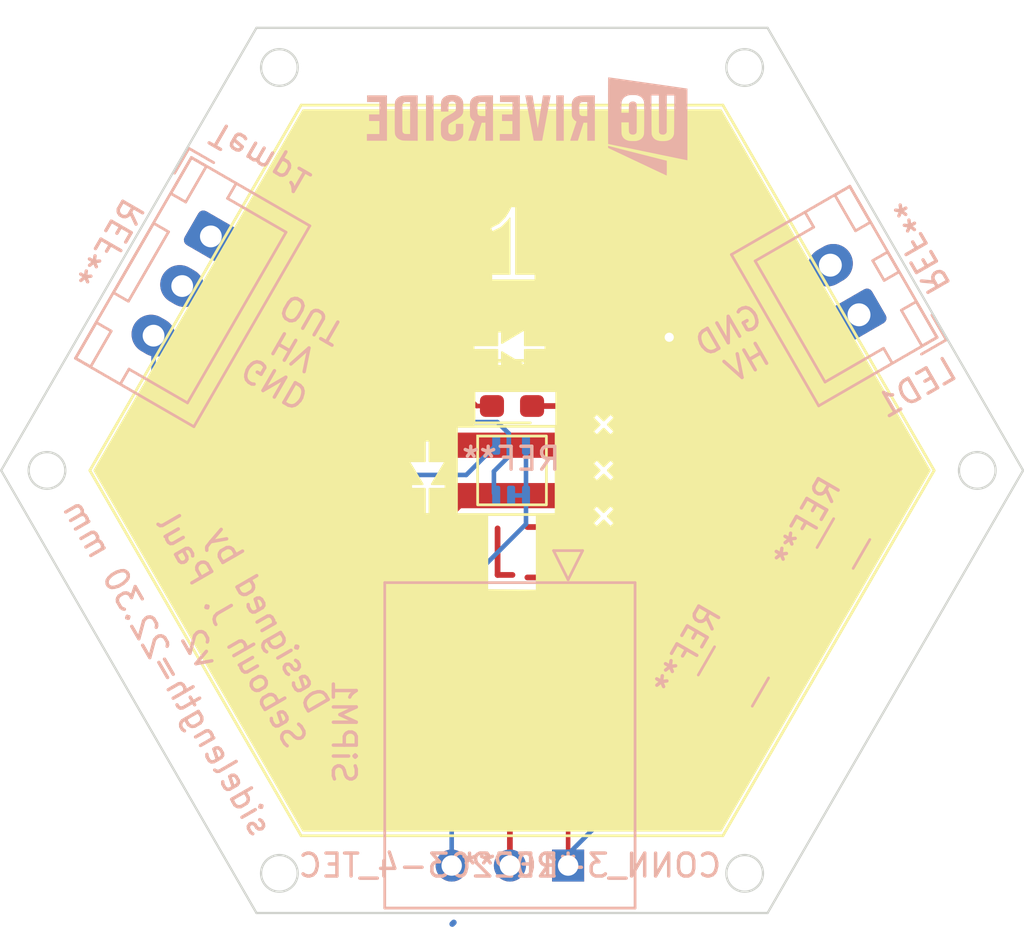
<source format=kicad_pcb>
(kicad_pcb (version 20211014) (generator pcbnew)
  (layers (0 "F.Cu" signal) (31 "B.Cu" signal) (34 "B.Paste" user) (35 "F.Paste" user) (36 "B.SilkS" user "B.Silkscreen") (37 "F.SilkS" user "F.Silkscreen") (38 "B.Mask" user) (39 "F.Mask" user) (44 "Edge.Cuts" user))
  (net 0 "")
  (footprint "Symbol:diode_direction_negative" (layer "F.Cu") (at 103.8 52.65)
    (fp_text reference "REF**" hide)
    (fp_text value "diode_direction_negative" hide)
    (fp_poly (pts (xy 1.4 0.05) (xy 1.4 -0.1) (xy 0.5 -0.1) (xy 0.5 -0.8) (xy -0.5 -0.2) (xy -0.5 -0.7) (xy -0.7 -0.7) (xy -0.7 -0.1) (xy -1.8 -0.1) (xy -1.8 0.1) (xy -0.7 0.1) (xy -0.7 0.8) (xy -0.5 0.8) (xy -0.5 0.2) (xy 0.5 0.8) (xy 0.5 0.1) (xy 2.5 0.1) (xy 2.5 1.9) (xy -1.9 1.9) (xy -1.9 -2) (xy 2.5 -2) (xy 2.5 0.075)) (layer "F.SilkS") (width 0.08) (fill solid))
  )
  (footprint "LED_SMD:LED_0603_1608Metric_Pad1.05x0.95mm_HandSolder" (layer "F.Cu") (at 103.74 55.2)
    (fp_text reference "REF**" (at 0 -1.43) (layer "F.SilkS"))
    (fp_text value "LED_0603_1608Metric_Pad1.05x0.95mm_HandSolder")
    (fp_line (start -1.66 -0.735) (end -1.66 0.735) (layer "F.SilkS") (width 0.12))
    (fp_line (start 0.8 -0.735) (end -1.66 -0.735) (layer "F.SilkS") (width 0.12))
    (fp_line (start -1.66 0.735) (end 0.8 0.735) (layer "F.SilkS") (width 0.12))
    (pad "1" smd roundrect (at -0.875 0) (size 1.05 0.95) (layers "F.Cu" "F.Paste" "F.Mask"))
    (pad "2" smd roundrect (at 0.875 0) (size 1.05 0.95) (layers "F.Cu" "F.Paste" "F.Mask"))
  )
  (footprint "SiPM:S14160-3015PS_copy" (layer "F.Cu") (at 103.74 58.01)
    (fp_text reference "REF**" hide)
    (fp_text value "S14160-3015PS")
    (fp_line (start -18.42 0) (end -9.2 -15.94) (layer "F.SilkS") (width 0.12))
    (fp_line (start 9.2 15.94) (end 18.42 0) (layer "F.SilkS") (width 0.12))
    (fp_line (start 1.925 -1.925) (end -2.425 -1.925) (layer "F.SilkS") (width 0.12))
    (fp_line (start -2.425 1.925) (end -2.425 -1.925) (layer "F.SilkS") (width 0.12))
    (fp_line (start -2.425 1.925) (end 1.925 1.925) (layer "F.SilkS") (width 0.12))
    (fp_line (start 18.42 0) (end 9.2 -15.94) (layer "F.SilkS") (width 0.12))
    (fp_line (start 1.925 -1.925) (end 1.925 1.925) (layer "F.SilkS") (width 0.12))
    (fp_line (start -9.2 -15.94) (end 9.2 -15.94) (layer "F.SilkS") (width 0.12))
    (fp_line (start -9.2 15.94) (end -18.42 0) (layer "F.SilkS") (width 0.12))
    (fp_line (start -9.2 15.94) (end 9.2 15.94) (layer "F.SilkS") (width 0.12))
    (fp_rect (start -1.5 -1.5) (end 1.5 1.5) (layer "F.SilkS") (width 0.12) (fill none))
    (fp_rect (start 4.6 -7.3) (end 1.95 -2.6) (layer "F.SilkS") (width 0.12) (fill solid))
    (fp_rect (start 4.6 0.6) (end 3.375 1.4) (layer "F.SilkS") (width 0.12) (fill solid))
    (fp_rect (start 1.1 2) (end 1.95 2.575) (layer "F.SilkS") (width 0.12) (fill solid))
    (fp_rect (start -1.7 -2) (end -2.425 -7.3) (layer "F.SilkS") (width 0.12) (fill solid))
    (fp_rect (start 3.375 2.575) (end 1.95 -2.6) (layer "F.SilkS") (width 0.12) (fill solid))
    (fp_rect (start 1.1 5.525) (end 4.6 2.575) (layer "F.SilkS") (width 0.12) (fill solid))
    (fp_rect (start -4.975 1.975) (end -1.1 5.325) (layer "F.SilkS") (width 0.12) (fill solid))
    (fp_rect (start -2.425 -8.1) (end 4.6 -7.3) (layer "F.SilkS") (width 0.12) (fill solid))
    (fp_rect (start -2.425 -1.925) (end -5 -12.1) (layer "F.SilkS") (width 0.12) (fill solid))
    (fp_rect (start 4.6 -0.625) (end 3.375 -1.4) (layer "F.SilkS") (width 0.12) (fill solid))
    (fp_poly (pts (xy -0.1 -12.1) (xy -5 -11.9) (xy -4.975 5.2) (xy 4.6 5.3) (xy 4.6 -8.1) (xy 1.9 -8.125) (xy 1.9 -12.1) (xy 0 -12.1) (xy 0 -15.7) (xy 9.1 -15.7) (xy 18.2 0) (xy 9.1 15.7) (xy -9.1 15.7) (xy -18.2 0) (xy -9.1 -15.7) (xy -0.1 -15.7)) (layer "F.SilkS") (width 0.12) (fill solid))
    (fp_poly (pts (xy 4.6 -1.4) (xy 3.7 -1.4) (xy 3.7 -1.5) (xy 4 -1.8) (xy 4.3 -1.5) (xy 4.5 -1.7) (xy 4.2 -2) (xy 4.5 -2.3) (xy 4.3 -2.5) (xy 4 -2.2) (xy 3.7 -2.5) (xy 3.5 -2.3) (xy 3.8 -2) (xy 3.5 -1.7) (xy 3.65 -1.55) (xy 3.675 -1.4) (xy 3.4 -1.4) (xy 3.4 -2.6) (xy 4.6 -2.6)) (layer "F.SilkS") (width 0.12) (fill solid))
    (fp_poly (pts (xy -3.65 -1.3) (xy -3.8 -1.3) (xy -3.8 -0.4) (xy -4.5 -0.4) (xy -3.9 0.6) (xy -4.4 0.6) (xy -4.4 0.8) (xy -3.8 0.8) (xy -3.8 1.9) (xy -3.6 1.9) (xy -3.6 0.8) (xy -2.9 0.8) (xy -2.9 0.6) (xy -3.5 0.6) (xy -2.9 -0.4) (xy -3.6 -0.4) (xy -3.6 -1.925) (xy -2.425 -1.925) (xy -2.425 2) (xy -5 2) (xy -5 -1.9) (xy -3.65 -1.9)) (layer "F.SilkS") (width 0.08) (fill solid))
    (fp_poly (pts (xy 4.6 0.6) (xy 3.7 0.6) (xy 3.7 0.5) (xy 4 0.2) (xy 4.3 0.5) (xy 4.5 0.3) (xy 4.2 0) (xy 4.5 -0.3) (xy 4.3 -0.5) (xy 4 -0.2) (xy 3.7 -0.5) (xy 3.5 -0.3) (xy 3.8 0) (xy 3.5 0.3) (xy 3.65 0.45) (xy 3.675 0.6) (xy 3.4 0.6) (xy 3.4 -0.6) (xy 4.6 -0.6)) (layer "F.SilkS") (width 0.12) (fill solid))
    (fp_poly (pts (xy 4.6 2.6) (xy 3.7 2.6) (xy 3.7 2.5) (xy 4 2.2) (xy 4.3 2.5) (xy 4.5 2.3) (xy 4.2 2) (xy 4.5 1.7) (xy 4.3 1.5) (xy 4 1.8) (xy 3.7 1.5) (xy 3.5 1.7) (xy 3.8 2) (xy 3.5 2.3) (xy 3.65 2.45) (xy 3.675 2.6) (xy 3.4 2.6) (xy 3.4 1.4) (xy 4.6 1.4)) (layer "F.SilkS") (width 0.12) (fill solid))
    (pad "1" smd rect (at -0.25 -1.1) (size 4.3 1.1) (layers "F.Cu" "F.Paste" "F.Mask"))
    (pad "2" smd rect (at -0.25 1.1) (size 4.3 1.1) (layers "F.Cu" "F.Paste" "F.Mask"))
  )
  (footprint "Sensor:LM94021QBIMG-NOPB" (layer "B.Cu") (at 103.7 58 180)
    (fp_text reference "REF**" (at 0 0.5 unlocked) (layer "B.SilkS") (effects (justify mirror)))
    (fp_text value "LM94021QBIMG-NOPB")
    (pad "1" smd roundrect (at -0.65 -1.1 180) (size 0.35 0.85) (layers "B.Cu" "B.Paste" "B.Mask"))
    (pad "2" smd roundrect (at 0 -1.1 180) (size 0.35 0.85) (layers "B.Cu" "B.Paste" "B.Mask"))
    (pad "3" smd roundrect (at 0.65 -1.1 180) (size 0.35 0.85) (layers "B.Cu" "B.Paste" "B.Mask"))
    (pad "4" smd roundrect (at 0.65 1.1 180) (size 0.35 0.85) (layers "B.Cu" "B.Paste" "B.Mask"))
    (pad "5" smd roundrect (at -0.65 1.1 180) (size 0.35 0.85) (layers "B.Cu" "B.Paste" "B.Mask"))
  )
  (footprint "Connector_JST:JST_XH_B3B-XH-A_1x03_P2.50mm_Vertical" (layer "B.Cu") (at 90.6 47.8 -120)
    (fp_text reference "REF**" (at 2.5 3.55 60) (layer "B.SilkS") (effects (justify mirror)))
    (fp_text value "JST_XH_B3B-XH-A_1x03_P2.50mm_Vertical")
    (fp_line (start -1.6 2.75) (end -2.85 2.75) (layer "B.SilkS") (width 0.12))
    (fp_line (start -2.55 2.45) (end -2.55 1.7) (layer "B.SilkS") (width 0.12))
    (fp_line (start 4.25 2.45) (end 0.75 2.45) (layer "B.SilkS") (width 0.12))
    (fp_line (start 4.25 1.7) (end 4.25 2.45) (layer "B.SilkS") (width 0.12))
    (fp_line (start 7.56 2.46) (end -2.56 2.46) (layer "B.SilkS") (width 0.12))
    (fp_line (start 7.55 1.7) (end 7.55 2.45) (layer "B.SilkS") (width 0.12))
    (fp_line (start 0.75 1.7) (end 4.25 1.7) (layer "B.SilkS") (width 0.12))
    (fp_line (start -1.8 -2.75) (end 2.5 -2.75) (layer "B.SilkS") (width 0.12))
    (fp_line (start 6.8 0.2) (end 6.8 -2.75) (layer "B.SilkS") (width 0.12))
    (fp_line (start 0.75 2.45) (end 0.75 1.7) (layer "B.SilkS") (width 0.12))
    (fp_line (start 5.75 1.7) (end 7.55 1.7) (layer "B.SilkS") (width 0.12))
    (fp_line (start 7.55 2.45) (end 5.75 2.45) (layer "B.SilkS") (width 0.12))
    (fp_line (start -1.8 0.2) (end -1.8 -2.75) (layer "B.SilkS") (width 0.12))
    (fp_line (start 5.75 2.45) (end 5.75 1.7) (layer "B.SilkS") (width 0.12))
    (fp_line (start 7.55 0.2) (end 6.8 0.2) (layer "B.SilkS") (width 0.12))
    (fp_line (start -2.55 1.7) (end -0.75 1.7) (layer "B.SilkS") (width 0.12))
    (fp_line (start -2.56 -3.51) (end 7.56 -3.51) (layer "B.SilkS") (width 0.12))
    (fp_line (start -2.85 2.75) (end -2.85 1.5) (layer "B.SilkS") (width 0.12))
    (fp_line (start -0.75 1.7) (end -0.75 2.45) (layer "B.SilkS") (width 0.12))
    (fp_line (start 6.8 -2.75) (end 2.5 -2.75) (layer "B.SilkS") (width 0.12))
    (fp_line (start -2.55 0.2) (end -1.8 0.2) (layer "B.SilkS") (width 0.12))
    (fp_line (start 7.56 -3.51) (end 7.56 2.46) (layer "B.SilkS") (width 0.12))
    (fp_line (start -2.56 2.46) (end -2.56 -3.51) (layer "B.SilkS") (width 0.12))
    (fp_line (start -0.75 2.45) (end -2.55 2.45) (layer "B.SilkS") (width 0.12))
    (pad "1" thru_hole roundrect (at 0 0 240) (size 1.7 1.95) (drill 0.95) (layers *.Cu *.Mask) (roundrect_rratio 0.1470588235))
    (pad "2" thru_hole oval (at 2.5 0 240) (size 1.7 1.95) (drill 0.95) (layers *.Cu *.Mask))
    (pad "3" thru_hole oval (at 5 0 240) (size 1.7 1.95) (drill 0.95) (layers *.Cu *.Mask))
  )
  (footprint "AMPMODU:3-102203-4" (layer "B.Cu") (at 106.1875 75.2501 180)
    (fp_text reference "REF**" (at 2.54 0) (layer "B.SilkS") (effects (justify mirror)))
    (fp_text value "CONN_3-102203-4_TEC" (at 2.54 0) (layer "B.SilkS") (effects (justify mirror)))
    (fp_text user "*" (at 0 0) (layer "B.SilkS") (effects (justify mirror)))
    (fp_line (start 0.635 13.7414) (end 0 12.4714) (layer "B.SilkS") (width 0.12))
    (fp_line (start 8.001 -1.8542) (end 8.001 12.3444) (layer "B.SilkS") (width 0.12))
    (fp_line (start 0 12.4714) (end -0.635 13.7414) (layer "B.SilkS") (width 0.12))
    (fp_line (start -2.921 -1.8542) (end 8.001 -1.8542) (layer "B.SilkS") (width 0.12))
    (fp_line (start -2.921 12.3444) (end -2.921 -1.8542) (layer "B.SilkS") (width 0.12))
    (fp_line (start 8.001 12.3444) (end -2.921 12.3444) (layer "B.SilkS") (width 0.12))
    (fp_line (start -0.635 13.7414) (end 0.635 13.7414) (layer "B.SilkS") (width 0.12))
    (pad "1" thru_hole rect locked (at 0 0 180) (size 1.397 1.397) (drill 0.889) (layers *.Cu *.Mask))
    (pad "2" thru_hole circle locked (at 2.54 0 180) (size 1.397 1.397) (drill 0.889) (layers *.Cu *.Mask))
    (pad "3" thru_hole circle locked (at 5.08 0 180) (size 1.397 1.397) (drill 0.889) (layers *.Cu *.Mask))
  )
  (footprint "Resistor_SMD:R_1206_3216Metric" (layer "B.Cu") (at 118.2 61.2 -120)
    (fp_text reference "REF**" (at 0 1.82 60) (layer "B.SilkS") (effects (justify mirror)))
    (fp_text value "R_1206_3216Metric")
    (fp_line (start -0.727064 0.91) (end 0.727064 0.91) (layer "B.SilkS") (width 0.12))
    (fp_line (start -0.727064 -0.91) (end 0.727064 -0.91) (layer "B.SilkS") (width 0.12))
    (pad "1" smd roundrect (at -1.4625 0 240) (size 1.125 1.75) (layers "B.Cu" "B.Paste" "B.Mask") (roundrect_rratio 0.222222))
    (pad "2" smd roundrect (at 1.4625 0 240) (size 1.125 1.75) (layers "B.Cu" "B.Paste" "B.Mask") (roundrect_rratio 0.222222))
  )
  (footprint "Capacitor_SMD:C_1210_3225Metric" (layer "B.Cu") (at 113.4 67 -120)
    (fp_text reference "REF**" (at 0 2.3 60) (layer "B.SilkS") (effects (justify mirror)))
    (fp_text value "C_1210_3225Metric")
    (fp_line (start -0.711252 -1.36) (end 0.711252 -1.36) (layer "B.SilkS") (width 0.12))
    (fp_line (start -0.711252 1.36) (end 0.711252 1.36) (layer "B.SilkS") (width 0.12))
    (pad "1" smd roundrect (at -1.475 0 240) (size 1.15 2.7) (layers "B.Cu" "B.Paste" "B.Mask") (roundrect_rratio 0.2173913043))
    (pad "2" smd roundrect (at 1.475 0 240) (size 1.15 2.7) (layers "B.Cu" "B.Paste" "B.Mask") (roundrect_rratio 0.2173913043))
  )
  (footprint "Connector_JST:JST_XH_B2B-XH-A_1x02_P2.50mm_Vertical" (layer "B.Cu") (at 118.879664 51.220032 120)
    (fp_text reference "REF**" (at 1.25 3.55 120) (layer "B.SilkS") (effects (justify mirror)))
    (fp_text value "JST_XH_B2B-XH-A_1x02_P2.50mm_Vertical")
    (fp_line (start -0.75 1.7) (end -0.75 2.45) (layer "B.SilkS") (width 0.12))
    (fp_line (start 4.3 0.2) (end 4.3 -2.75) (layer "B.SilkS") (width 0.12))
    (fp_line (start -2.55 0.2) (end -1.8 0.2) (layer "B.SilkS") (width 0.12))
    (fp_line (start 5.06 -3.51) (end 5.06 2.46) (layer "B.SilkS") (width 0.12))
    (fp_line (start 0.75 1.7) (end 1.75 1.7) (layer "B.SilkS") (width 0.12))
    (fp_line (start -2.55 1.7) (end -0.75 1.7) (layer "B.SilkS") (width 0.12))
    (fp_line (start -1.8 0.2) (end -1.8 -2.75) (layer "B.SilkS") (width 0.12))
    (fp_line (start 5.05 1.7) (end 5.05 2.45) (layer "B.SilkS") (width 0.12))
    (fp_line (start -2.85 2.75) (end -2.85 1.5) (layer "B.SilkS") (width 0.12))
    (fp_line (start -1.8 -2.75) (end 1.25 -2.75) (layer "B.SilkS") (width 0.12))
    (fp_line (start 0.75 2.45) (end 0.75 1.7) (layer "B.SilkS") (width 0.12))
    (fp_line (start 5.05 2.45) (end 3.25 2.45) (layer "B.SilkS") (width 0.12))
    (fp_line (start -2.55 2.45) (end -2.55 1.7) (layer "B.SilkS") (width 0.12))
    (fp_line (start -0.75 2.45) (end -2.55 2.45) (layer "B.SilkS") (width 0.12))
    (fp_line (start -1.6 2.75) (end -2.85 2.75) (layer "B.SilkS") (width 0.12))
    (fp_line (start 3.25 2.45) (end 3.25 1.7) (layer "B.SilkS") (width 0.12))
    (fp_line (start 3.25 1.7) (end 5.05 1.7) (layer "B.SilkS") (width 0.12))
    (fp_line (start -2.56 2.46) (end -2.56 -3.51) (layer "B.SilkS") (width 0.12))
    (fp_line (start 1.75 1.7) (end 1.75 2.45) (layer "B.SilkS") (width 0.12))
    (fp_line (start 1.75 2.45) (end 0.75 2.45) (layer "B.SilkS") (width 0.12))
    (fp_line (start 5.06 2.46) (end -2.56 2.46) (layer "B.SilkS") (width 0.12))
    (fp_line (start 5.05 0.2) (end 4.3 0.2) (layer "B.SilkS") (width 0.12))
    (fp_line (start -2.56 -3.51) (end 5.06 -3.51) (layer "B.SilkS") (width 0.12))
    (fp_line (start 4.3 -2.75) (end 1.25 -2.75) (layer "B.SilkS") (width 0.12))
    (pad "1" thru_hole roundrect (at 0 0 120) (size 1.7 2) (drill 1) (layers *.Cu *.Mask) (roundrect_rratio 0.1470588235))
    (pad "2" thru_hole oval (at 2.5 0 120) (size 1.7 2) (drill 1) (layers *.Cu *.Mask))
  )
  (footprint "Symbol:UCR_logo_1.4cm" (layer "B.Cu") (at 104.4 43 180)
    (fp_text reference "G***" hide)
    (fp_text value "LOGO" hide)
    (fp_poly (pts (xy -0.021082 1.355625) (xy 0.020969 1.354912) (xy 0.050873 1.353636) (xy 0.069922 1.351723) (xy 0.079407 1.3491) (xy 0.081056 1.346966) (xy 0.079714 1.338779) (xy 0.075793 1.316956) (xy 0.069452 1.282341) (xy 0.060848 1.235779) (xy 0.05014 1.178115) (xy 0.037484 1.110193) (xy 0.023038 1.032859) (xy 0.006962 0.946956) (xy -0.010588 0.853329) (xy -0.029454 0.752824) (xy -0.049477 0.646285) (xy -0.0705 0.534556) (xy -0.092366 0.418483) (xy -0.103163 0.361214) (xy -0.125369 0.243419) (xy -0.14681 0.129607) (xy -0.167328 0.020619) (xy -0.186766 -0.082703) (xy -0.204965 -0.179521) (xy -0.221769 -0.268992) (xy -0.237018 -0.350276) (xy -0.250557 -0.422533) (xy -0.262226 -0.484921) (xy -0.271868 -0.5366) (xy -0.279326 -0.57673) (xy -0.284443 -0.604469) (xy -0.287059 -0.618977) (xy -0.287381 -0.620999) (xy -0.29442 -0.622459) (xy -0.314224 -0.623767) (xy -0.344819 -0.624866) (xy -0.384233 -0.625698) (xy -0.430491 -0.626206) (xy -0.471599 -0.626341) (xy -0.521953 -0.626137) (xy -0.56706 -0.62556) (xy -0.604946 -0.62467) (xy -0.633638 -0.623524) (xy -0.651163 -0.622178) (xy -0.655817 -0.620982) (xy -0.657158 -0.613226) (xy -0.661075 -0.591829) (xy -0.66741 -0.557631) (xy -0.676007 -0.511474) (xy -0.686707 -0.454198) (xy -0.699353 -0.386643) (xy -0.713787 -0.309651) (xy -0.729851 -0.224063) (xy -0.747388 -0.130717) (xy -0.76624 -0.030457) (xy -0.78625 0.075879) (xy -0.807259 0.187449) (xy -0.82911 0.303413) (xy -0.840035 0.361361) (xy -0.862249 0.479235) (xy -0.883697 0.593171) (xy -0.904221 0.702325) (xy -0.923664 0.805853) (xy -0.941867 0.90291) (xy -0.958673 0.992651) (xy -0.973925 1.074231) (xy -0.987463 1.146805) (xy -0.999131 1.20953) (xy -1.00877 1.26156) (xy -1.016222 1.302051) (xy -1.021331 1.330158) (xy -1.023937 1.345036) (xy -1.024253 1.347234) (xy -1.020576 1.350219) (xy -1.008668 1.352394) (xy -0.987209 1.353814) (xy -0.954884 1.354534) (xy -0.910375 1.354607) (xy -0.856849 1.354142) (xy -0.689445 1.352162) (xy -0.578291 0.639462) (xy -0.562569 0.538852) (xy -0.54744 0.442402) (xy -0.533061 0.351103) (xy -0.519592 0.265947) (xy -0.507191 0.187927) (xy -0.496018 0.118034) (xy -0.48623 0.05726) (xy -0.477988 0.006597) (xy -0.471449 -0.032962) (xy -0.466772 -0.060427) (xy -0.464117 -0.074804) (xy -0.463603 -0.07677) (xy -0.461995 -0.070163) (xy -0.458301 -0.049977) (xy -0.45268 -0.0172) (xy -0.44529 0.027183) (xy -0.436292 0.082183) (xy -0.425843 0.146815) (xy -0.414104 0.220092) (xy -0.401234 0.301027) (xy -0.387391 0.388633) (xy -0.372735 0.481923) (xy -0.357426 0.579911) (xy -0.351 0.621191) (xy -0.335418 0.72133) (xy -0.320421 0.817536) (xy -0.306172 0.908785) (xy -0.292832 0.994053) (xy -0.280562 1.072314) (xy -0.269523 1.142544) (xy -0.259876 1.203717) (xy -0.251782 1.25481) (xy -0.245403 1.294797) (xy -0.2409 1.322654) (xy -0.238433 1.337356) (xy -0.238067 1.339266) (xy -0.236476 1.344733) (xy -0.23334 1.348842) (xy -0.226776 1.351788) (xy -0.214898 1.353765) (xy -0.195822 1.354966) (xy -0.167661 1.355584) (xy -0.128533 1.355813) (xy -0.076573 1.355846)) (layer "B.SilkS") (width 0) (fill solid))
    (fp_poly (pts (xy -3.531431 -0.856149) (xy -3.529851 -0.872059) (xy -3.52962 -0.890684) (xy -3.531192 -0.918885) (xy -3.535574 -0.936614) (xy -3.538831 -0.940819) (xy -3.54683 -0.944834) (xy -3.567304 -0.954723) (xy -3.599463 -0.970114) (xy -3.642519 -0.990634) (xy -3.695682 -1.015912) (xy -3.758163 -1.045573) (xy -3.829174 -1.079247) (xy -3.907926 -1.11656) (xy -3.993629 -1.15714) (xy -4.085495 -1.200615) (xy -4.182735 -1.246612) (xy -4.284559 -1.294758) (xy -4.390179 -1.344682) (xy -4.498806 -1.396011) (xy -4.60965 -1.448371) (xy -4.721923 -1.501392) (xy -4.834836 -1.5547) (xy -4.9476 -1.607924) (xy -5.059425 -1.660689) (xy -5.169524 -1.712625) (xy -5.277106 -1.763358) (xy -5.381383 -1.812517) (xy -5.481566 -1.859728) (xy -5.576866 -1.904619) (xy -5.666494 -1.946818) (xy -5.749661 -1.985953) (xy -5.825578 -2.02165) (xy -5.893455 -2.053537) (xy -5.952505 -2.081243) (xy -6.001938 -2.104394) (xy -6.040965 -2.122618) (xy -6.068798 -2.135543) (xy -6.084646 -2.142796) (xy -6.088185 -2.144299) (xy -6.089384 -2.137179) (xy -6.090499 -2.11681) (xy -6.091503 -2.084683) (xy -6.092369 -2.042286) (xy -6.09307 -1.991109) (xy -6.093581 -1.932642) (xy -6.093875 -1.868372) (xy -6.093937 -1.820971) (xy -6.093937 -1.497643) (xy -6.044198 -1.485237) (xy -6.025771 -1.48061) (xy -5.994623 -1.472752) (xy -5.951643 -1.461887) (xy -5.897717 -1.44824) (xy -5.833732 -1.432037) (xy -5.760574 -1.413503) (xy -5.679131 -1.392863) (xy -5.590289 -1.370341) (xy -5.494935 -1.346163) (xy -5.393955 -1.320554) (xy -5.288237 -1.29374) (xy -5.178668 -1.265944) (xy -5.066133 -1.237393) (xy -4.951521 -1.20831) (xy -4.835717 -1.178923) (xy -4.719609 -1.149454) (xy -4.604082 -1.12013) (xy -4.490025 -1.091176) (xy -4.378324 -1.062816) (xy -4.269866 -1.035276) (xy -4.165537 -1.008781) (xy -4.066224 -0.983556) (xy -3.972814 -0.959826) (xy -3.886194 -0.937815) (xy -3.807251 -0.91775) (xy -3.736871 -0.899855) (xy -3.675941 -0.884355) (xy -3.625348 -0.871475) (xy -3.585979 -0.861441) (xy -3.55872 -0.854477) (xy -3.544459 -0.850809) (xy -3.542516 -0.850293) (xy -3.535335 -0.849886)) (layer "B.SilkS") (width 0) (fill solid))
    (fp_poly (pts (xy 4.413867 -0.626341) (xy 4.082274 -0.626341) (xy 4.082274 1.355846) (xy 4.413867 1.355846)) (layer "B.SilkS") (width 0) (fill solid))
    (fp_poly (pts (xy 1.762967 1.355786) (xy 1.828408 1.35557) (xy 1.89197 1.354984) (xy 1.951474 1.354075) (xy 2.004739 1.352891) (xy 2.049587 1.351479) (xy 2.083835 1.349888) (xy 2.103771 1.348343) (xy 2.192516 1.333145) (xy 2.270184 1.308577) (xy 2.336655 1.274708) (xy 2.391805 1.231606) (xy 2.435511 1.179342) (xy 2.451938 1.151872) (xy 2.46334 1.129604) (xy 2.472734 1.108466) (xy 2.480295 1.086803) (xy 2.486199 1.062957) (xy 2.490622 1.035271) (xy 2.49374 1.002088) (xy 2.495728 0.96175) (xy 2.496762 0.9126) (xy 2.497018 0.852982) (xy 2.496673 0.781237) (xy 2.496271 0.733973) (xy 2.495583 0.663071) (xy 2.494901 0.605258) (xy 2.494124 0.558887) (xy 2.493149 0.522311) (xy 2.491875 0.493883) (xy 2.490199 0.471954) (xy 2.48802 0.454878) (xy 2.485237 0.441006) (xy 2.481747 0.428693) (xy 2.477449 0.416289) (xy 2.476479 0.41364) (xy 2.448246 0.356096) (xy 2.408613 0.302754) (xy 2.360918 0.257836) (xy 2.343255 0.245098) (xy 2.32034 0.22929) (xy 2.302826 0.216208) (xy 2.293861 0.208232) (xy 2.293351 0.207406) (xy 2.295285 0.199573) (xy 2.301557 0.179021) (xy 2.311762 0.146987) (xy 2.325494 0.104705) (xy 2.342348 0.053411) (xy 2.361917 -0.005662) (xy 2.383796 -0.071277) (xy 2.40758 -0.142199) (xy 2.431224 -0.212346) (xy 2.571105 -0.626341) (xy 2.233942 -0.626341) (xy 2.207932 -0.547128) (xy 2.199645 -0.521662) (xy 2.1876 -0.484327) (xy 2.172493 -0.437299) (xy 2.155021 -0.382756) (xy 2.135883 -0.322874) (xy 2.115776 -0.259833) (xy 2.096399 -0.198955) (xy 2.076599 -0.136715) (xy 2.057622 -0.077105) (xy 2.040069 -0.022011) (xy 2.02454 0.02668) (xy 2.011638 0.067082) (xy 2.001964 0.097309) (xy 1.996119 0.115475) (xy 1.99593 0.116058) (xy 1.980985 0.162112) (xy 1.820075 0.162112) (xy 1.820075 -0.626341) (xy 1.488482 -0.626341) (xy 1.488482 1.061097) (xy 1.820075 1.061097) (xy 1.820075 0.449493) (xy 1.928764 0.449534) (xy 1.969822 0.450071) (xy 2.007888 0.451518) (xy 2.039438 0.453673) (xy 2.06095 0.456337) (xy 2.065287 0.457304) (xy 2.101244 0.474393) (xy 2.132247 0.502663) (xy 2.154593 0.538611) (xy 2.156716 0.543787) (xy 2.161034 0.556664) (xy 2.164328 0.571431) (xy 2.166732 0.590185) (xy 2.168377 0.615018) (xy 2.169396 0.648028) (xy 2.169922 0.691308) (xy 2.170088 0.746954) (xy 2.17009 0.755295) (xy 2.169797 0.819834) (xy 2.168676 0.871538) (xy 2.166359 0.9123) (xy 2.16248 0.944014) (xy 2.156674 0.968574) (xy 2.148574 0.987876) (xy 2.137814 1.003812) (xy 2.124027 1.018277) (xy 2.118232 1.023508) (xy 2.100707 1.036937) (xy 2.081448 1.046829) (xy 2.057925 1.053685) (xy 2.027612 1.058005) (xy 1.987979 1.060292) (xy 1.936499 1.061044) (xy 1.928764 1.061056) (xy 1.820075 1.061097) (xy 1.488482 1.061097) (xy 1.488482 1.355846)) (layer "B.SilkS") (width 0) (fill solid))
    (fp_poly (pts (xy -3.538697 2.142681) (xy -3.537559 2.137445) (xy -3.536517 2.12802) (xy -3.535567 2.113836) (xy -3.534705 2.094321) (xy -3.533928 2.068904) (xy -3.533231 2.037015) (xy -3.53261 1.998082) (xy -3.532061 1.951534) (xy -3.53158 1.8968) (xy -3.531163 1.83331) (xy -3.530806 1.760492) (xy -3.530505 1.677776) (xy -3.530256 1.58459) (xy -3.530055 1.480363) (xy -3.529897 1.364524) (xy -3.529779 1.236502) (xy -3.529697 1.095727) (xy -3.529646 0.941627) (xy -3.529623 0.773632) (xy -3.52962 0.688976) (xy -3.529642 0.543671) (xy -3.529707 0.402343) (xy -3.529811 0.265694) (xy -3.529954 0.134426) (xy -3.530133 0.009241) (xy -3.530345 -0.109159) (xy -3.53059 -0.220073) (xy -3.530864 -0.322797) (xy -3.531166 -0.416631) (xy -3.531493 -0.500872) (xy -3.531843 -0.574818) (xy -3.532215 -0.637767) (xy -3.532606 -0.689017) (xy -3.533013 -0.727867) (xy -3.533436 -0.753613) (xy -3.533871 -0.765555) (xy -3.534017 -0.766347) (xy -3.541538 -0.767815) (xy -3.562854 -0.772133) (xy -3.597325 -0.779167) (xy -3.644313 -0.788788) (xy -3.703179 -0.800863) (xy -3.773284 -0.815261) (xy -3.85399 -0.831851) (xy -3.944657 -0.850501) (xy -4.044648 -0.871079) (xy -4.153323 -0.893455) (xy -4.270043 -0.917496) (xy -4.394171 -0.943071) (xy -4.525066 -0.970049) (xy -4.662092 -0.998299) (xy -4.804607 -1.027688) (xy -4.951975 -1.058085) (xy -5.103556 -1.089359) (xy -5.201191 -1.109508) (xy -5.35598 -1.141452) (xy -5.507428 -1.172707) (xy -5.654866 -1.203135) (xy -5.797624 -1.232596) (xy -5.935032 -1.260952) (xy -6.066419 -1.288066) (xy -6.191118 -1.313799) (xy -6.308456 -1.338013) (xy -6.417765 -1.36057) (xy -6.518375 -1.381331) (xy -6.609616 -1.400159) (xy -6.690818 -1.416914) (xy -6.761312 -1.431459) (xy -6.820427 -1.443656) (xy -6.867493 -1.453367) (xy -6.901842 -1.460452) (xy -6.922802 -1.464775) (xy -6.928445 -1.465937) (xy -6.992922 -1.479207) (xy -6.992922 1.348477) (xy -6.418863 1.348477) (xy -6.416092 0.517653) (xy -6.415601 0.381444) (xy -6.415078 0.259302) (xy -6.414513 0.150557) (xy -6.413899 0.054541) (xy -6.413224 -0.029417) (xy -6.41248 -0.101986) (xy -6.411658 -0.163837) (xy -6.410747 -0.215639) (xy -6.40974 -0.258062) (xy -6.408626 -0.291776) (xy -6.407395 -0.31745) (xy -6.40604 -0.335755) (xy -6.40455 -0.34736) (xy -6.403982 -0.350014) (xy -6.379244 -0.42144) (xy -6.343768 -0.482804) (xy -6.297515 -0.534143) (xy -6.240446 -0.575493) (xy -6.172519 -0.60689) (xy -6.102241 -0.626632) (xy -6.051589 -0.634448) (xy -5.991244 -0.639233) (xy -5.925937 -0.640978) (xy -5.860397 -0.639676) (xy -5.799356 -0.635322) (xy -5.747544 -0.627906) (xy -5.743923 -0.627177) (xy -5.666571 -0.605925) (xy -5.600881 -0.576181) (xy -5.545975 -0.537195) (xy -5.500975 -0.488217) (xy -5.465004 -0.4285) (xy -5.440771 -0.368436) (xy -5.438688 -0.361562) (xy -5.436825 -0.353593) (xy -5.435167 -0.343694) (xy -5.433701 -0.331029) (xy -5.43241 -0.314764) (xy -5.43128 -0.294064) (xy -5.430296 -0.268093) (xy -5.429443 -0.236016) (xy -5.428707 -0.196999) (xy -5.428072 -0.150205) (xy -5.427523 -0.0948) (xy -5.427046 -0.029949) (xy -5.426625 0.045183) (xy -5.426246 0.131432) (xy -5.425894 0.229632) (xy -5.425554 0.340619) (xy -5.425434 0.384282) (xy -5.107775 0.384282) (xy -5.107727 0.293023) (xy -5.107481 0.20278) (xy -5.107035 0.114868) (xy -5.106391 0.030598) (xy -5.105549 -0.048717) (xy -5.104507 -0.121763) (xy -5.103265 -0.187229) (xy -5.101824 -0.2438) (xy -5.100184 -0.290166) (xy -5.098343 -0.325012) (xy -5.096303 -0.347026) (xy -5.095434 -0.351932) (xy -5.072507 -0.421158) (xy -5.038515 -0.480962) (xy -4.993308 -0.531468) (xy -4.936739 -0.572802) (xy -4.86866 -0.605087) (xy -4.788923 -0.62845) (xy -4.761444 -0.633967) (xy -4.742911 -0.635857) (xy -4.712776 -0.637243) (xy -4.674171 -0.638056) (xy -4.630226 -0.638225) (xy -4.590717 -0.637804) (xy -4.538235 -0.636605) (xy -4.497525 -0.634906) (xy -4.465621 -0.632424) (xy -4.439558 -0.628876) (xy -4.416371 -0.62398) (xy -4.400393 -0.619635) (xy -4.32618 -0.592578) (xy -4.26416 -0.557914) (xy -4.213414 -0.514766) (xy -4.173025 -0.462256) (xy -4.142074 -0.399509) (xy -4.128678 -0.360102) (xy -4.125291 -0.345849) (xy -4.122484 -0.32714) (xy -4.120173 -0.302401) (xy -4.118279 -0.270057) (xy -4.116719 -0.228534) (xy -4.11541 -0.176257) (xy -4.114273 -0.111652) (xy -4.11371 -0.071845) (xy -4.110418 0.17685) (xy -4.435974 0.17685) (xy -4.435974 -0.014374) (xy -4.436304 -0.074127) (xy -4.437247 -0.128325) (xy -4.438728 -0.174901) (xy -4.440674 -0.211784) (xy -4.443012 -0.236905) (xy -4.444137 -0.243663) (xy -4.459971 -0.28548) (xy -4.486816 -0.318783) (xy -4.523177 -0.342851) (xy -4.567556 -0.356964) (xy -4.618459 -0.360404) (xy -4.671625 -0.353101) (xy -4.712982 -0.33684) (xy -4.746478 -0.309971) (xy -4.768207 -0.277182) (xy -4.770669 -0.271202) (xy -4.77282 -0.26417) (xy -4.774681 -0.255108) (xy -4.776271 -0.243035) (xy -4.777613 -0.226971) (xy -4.778727 -0.205937) (xy -4.779635 -0.178951) (xy -4.780357 -0.145034) (xy -4.780914 -0.103207) (xy -4.781328 -0.052488) (xy -4.781619 0.008102) (xy -4.781809 0.079542) (xy -4.781919 0.162814) (xy -4.781969 0.258897) (xy -4.78198 0.364752) (xy -4.781968 0.474136) (xy -4.781916 0.569762) (xy -4.781804 0.65261) (xy -4.781611 0.723662) (xy -4.781316 0.783895) (xy -4.780897 0.834292) (xy -4.780335 0.875831) (xy -4.779607 0.909493) (xy -4.778692 0.936258) (xy -4.777571 0.957105) (xy -4.776221 0.973016) (xy -4.774621 0.984969) (xy -4.772751 0.993945) (xy -4.77059 1.000924) (xy -4.768207 1.006687) (xy -4.744618 1.041478) (xy -4.710532 1.067731) (xy -4.671625 1.082605) (xy -4.616879 1.089711) (xy -4.566165 1.085642) (xy -4.521383 1.07112) (xy -4.484435 1.046864) (xy -4.457219 1.013595) (xy -4.449707 0.998463) (xy -4.446239 0.983398) (xy -4.443329 0.95576) (xy -4.440947 0.915018) (xy -4.439063 0.860643) (xy -4.437646 0.792104) (xy -4.437561 0.786612) (xy -4.434691 0.596867) (xy -4.110309 0.596867) (xy -4.113605 0.819771) (xy -4.114752 0.887479) (xy -4.116054 0.942222) (xy -4.117614 0.985772) (xy -4.119536 1.019901) (xy -4.121925 1.046382) (xy -4.124886 1.066987) (xy -4.128522 1.083488) (xy -4.129292 1.086287) (xy -4.155066 1.15451) (xy -4.191121 1.21302) (xy -4.237993 1.262322) (xy -4.296221 1.302915) (xy -4.366341 1.335304) (xy -4.411663 1.350236) (xy -4.433594 1.356156) (xy -4.454439 1.360499) (xy -4.477063 1.363502) (xy -4.504333 1.365402) (xy -4.539115 1.366437) (xy -4.584274 1.366843) (xy -4.612823 1.366885) (xy -4.664384 1.366717) (xy -4.704092 1.366053) (xy -4.734829 1.364649) (xy -4.759478 1.362265) (xy -4.78092 1.358659) (xy -4.802038 1.353588) (xy -4.815204 1.349901) (xy -4.891927 1.321771) (xy -4.956725 1.285111) (xy -5.009883 1.239647) (xy -5.051682 1.185108) (xy -5.082405 1.12122) (xy -5.09525 1.079813) (xy -5.097375 1.064008) (xy -5.099302 1.03478) (xy -5.101033 0.993441) (xy -5.102567 0.941305) (xy -5.103904 0.879683) (xy -5.105043 0.809889) (xy -5.105985 0.733236) (xy -5.10673 0.651036) (xy -5.107276 0.564602) (xy -5.107625 0.475246) (xy -5.107775 0.384282) (xy -5.425434 0.384282) (xy -5.425211 0.465227) (xy -5.425093 0.510285) (xy -5.422906 1.348477) (xy -5.74729 1.348477) (xy -5.749291 0.547128) (xy -5.751291 -0.254221) (xy -5.767704 -0.284917) (xy -5.79087 -0.317257) (xy -5.821511 -0.33945) (xy -5.862339 -0.353335) (xy -5.871319 -0.355157) (xy -5.927538 -0.36036) (xy -5.977461 -0.354375) (xy -6.019738 -0.337682) (xy -6.05302 -0.310763) (xy -6.071398 -0.283898) (xy -6.090253 -0.247257) (xy -6.094377 1.348477) (xy -6.418863 1.348477) (xy -6.992922 1.348477) (xy -6.992922 1.649424) (xy -6.972658 1.653598) (xy -6.963232 1.655086) (xy -6.940067 1.658531) (xy -6.903945 1.66382) (xy -6.855646 1.670841) (xy -6.795951 1.679485) (xy -6.725641 1.689637) (xy -6.645496 1.701188) (xy -6.556298 1.714025) (xy -6.458827 1.728037) (xy -6.353863 1.743113) (xy -6.242188 1.75914) (xy -6.124583 1.776007) (xy -6.001827 1.793602) (xy -5.874703 1.811814) (xy -5.743991 1.830531) (xy -5.610471 1.849642) (xy -5.474924 1.869035) (xy -5.338131 1.888598) (xy -5.200873 1.90822) (xy -5.063931 1.927789) (xy -4.928086 1.947193) (xy -4.794117 1.966322) (xy -4.662807 1.985062) (xy -4.534935 2.003304) (xy -4.411283 2.020934) (xy -4.292631 2.037842) (xy -4.179761 2.053916) (xy -4.073452 2.069043) (xy -3.974486 2.083114) (xy -3.883643 2.096015) (xy -3.801705 2.107636) (xy -3.729451 2.117865) (xy -3.667664 2.12659) (xy -3.617123 2.133699) (xy -3.578609 2.139081) (xy -3.552904 2.142625) (xy -3.540787 2.144218) (xy -3.539936 2.1443)) (layer "B.SilkS") (width 0) (fill solid))
    (fp_poly (pts (xy -2.680375 1.355786) (xy -2.614934 1.35557) (xy -2.551372 1.354984) (xy -2.491868 1.354075) (xy -2.438603 1.352891) (xy -2.393755 1.351479) (xy -2.359507 1.349888) (xy -2.339571 1.348343) (xy -2.250779 1.333072) (xy -2.173023 1.308298) (xy -2.106406 1.274097) (xy -2.051028 1.230547) (xy -2.006991 1.177725) (xy -1.974396 1.115707) (xy -1.956066 1.057137) (xy -1.952945 1.041559) (xy -1.950469 1.023557) (xy -1.948591 1.001493) (xy -1.947263 0.973725) (xy -1.94644 0.938614) (xy -1.946075 0.894519) (xy -1.946122 0.839802) (xy -1.946532 0.77282) (xy -1.946865 0.733672) (xy -1.947531 0.662902) (xy -1.948187 0.605236) (xy -1.948937 0.559045) (xy -1.949882 0.522696) (xy -1.951125 0.494558) (xy -1.952768 0.472999) (xy -1.954915 0.456387) (xy -1.957667 0.443091) (xy -1.961128 0.43148) (xy -1.965399 0.419921) (xy -1.966809 0.416333) (xy -1.997879 0.35226) (xy -2.03684 0.299215) (xy -2.08582 0.254665) (xy -2.124036 0.229064) (xy -2.140874 0.21767) (xy -2.150663 0.208541) (xy -2.151669 0.206279) (xy -2.149374 0.198347) (xy -2.142767 0.177711) (xy -2.132266 0.145623) (xy -2.118287 0.103339) (xy -2.101247 0.052111) (xy -2.081563 -0.006807) (xy -2.059651 -0.072161) (xy -2.035928 -0.142697) (xy -2.015347 -0.203732) (xy -1.990428 -0.277707) (xy -1.966978 -0.347629) (xy -1.945418 -0.412231) (xy -1.926163 -0.470246) (xy -1.909632 -0.520406) (xy -1.896243 -0.561446) (xy -1.886414 -0.592096) (xy -1.880563 -0.611092) (xy -1.879026 -0.617074) (xy -1.881833 -0.620231) (xy -1.891269 -0.622551) (xy -1.908854 -0.624105) (xy -1.936107 -0.624962) (xy -1.974549 -0.62519) (xy -2.025699 -0.624858) (xy -2.045621 -0.624638) (xy -2.212216 -0.622657) (xy -2.311031 -0.31317) (xy -2.332817 -0.244908) (xy -2.354175 -0.177932) (xy -2.374478 -0.114209) (xy -2.393101 -0.055706) (xy -2.409418 -0.004391) (xy -2.422803 0.037768) (xy -2.432629 0.068806) (xy -2.43591 0.079214) (xy -2.461974 0.162112) (xy -2.623267 0.162112) (xy -2.623267 -0.626341) (xy -2.95486 -0.626341) (xy -2.95486 1.061097) (xy -2.623267 1.061097) (xy -2.623267 0.449493) (xy -2.514578 0.449534) (xy -2.473568 0.450062) (xy -2.435596 0.451486) (xy -2.40417 0.453607) (xy -2.382796 0.456228) (xy -2.378486 0.457186) (xy -2.341547 0.474584) (xy -2.310219 0.503083) (xy -2.290788 0.533928) (xy -2.286616 0.544479) (xy -2.283389 0.556798) (xy -2.280991 0.572823) (xy -2.279301 0.594491) (xy -2.278203 0.623739) (xy -2.277576 0.662506) (xy -2.277304 0.712728) (xy -2.277261 0.755295) (xy -2.277443 0.81997) (xy -2.278219 0.871745) (xy -2.27993 0.912457) (xy -2.282918 0.94394) (xy -2.287525 0.968032) (xy -2.294093 0.986567) (xy -2.302963 1.001382) (xy -2.314478 1.014311) (xy -2.327698 1.026117) (xy -2.345049 1.038716) (xy -2.364492 1.047978) (xy -2.388541 1.054373) (xy -2.419709 1.058371) (xy -2.460509 1.060442) (xy -2.513453 1.061055) (xy -2.514578 1.061056) (xy -2.623267 1.061097) (xy -2.95486 1.061097) (xy -2.95486 1.355846)) (layer "B.SilkS") (width 0) (fill solid))
    (fp_poly (pts (xy 5.045735 1.355786) (xy 5.139792 1.355458) (xy 5.220651 1.354399) (xy 5.289841 1.352428) (xy 5.34889 1.349366) (xy 5.399327 1.34503) (xy 5.442681 1.339241) (xy 5.480481 1.331817) (xy 5.514256 1.322579) (xy 5.545535 1.311345) (xy 5.575846 1.297934) (xy 5.588595 1.29164) (xy 5.62735 1.266808) (xy 5.666788 1.232701) (xy 5.702348 1.193815) (xy 5.729471 1.154649) (xy 5.731812 1.150388) (xy 5.739342 1.136237) (xy 5.745982 1.123127) (xy 5.751789 1.110083) (xy 5.756818 1.096131) (xy 5.761126 1.080297) (xy 5.764768 1.061607) (xy 5.7678 1.039086) (xy 5.770278 1.011761) (xy 5.772258 0.978658) (xy 5.773795 0.938801) (xy 5.774946 0.891218) (xy 5.775766 0.834934) (xy 5.776312 0.768974) (xy 5.776639 0.692365) (xy 5.776802 0.604132) (xy 5.776858 0.503301) (xy 5.776864 0.388899) (xy 5.776863 0.364752) (xy 5.776863 0.247585) (xy 5.776824 0.144179) (xy 5.776688 0.053559) (xy 5.7764 -0.025251) (xy 5.775902 -0.093226) (xy 5.775138 -0.151342) (xy 5.77405 -0.200575) (xy 5.77258 -0.241901) (xy 5.770674 -0.276295) (xy 5.768272 -0.304733) (xy 5.765319 -0.32819) (xy 5.761757 -0.347643) (xy 5.75753 -0.364068) (xy 5.75258 -0.378438) (xy 5.746851 -0.391732) (xy 5.740285 -0.404924) (xy 5.732825 -0.41899) (xy 5.730887 -0.42262) (xy 5.692708 -0.478734) (xy 5.642644 -0.526392) (xy 5.581057 -0.565338) (xy 5.508309 -0.595314) (xy 5.474134 -0.605266) (xy 5.458313 -0.609172) (xy 5.442686 -0.612416) (xy 5.425687 -0.615077) (xy 5.405749 -0.617233) (xy 5.381306 -0.618964) (xy 5.350792 -0.620348) (xy 5.312639 -0.621464) (xy 5.265282 -0.622391) (xy 5.207155 -0.623208) (xy 5.13669 -0.623994) (xy 5.093632 -0.624426) (xy 4.774934 -0.627558) (xy 4.774934 1.061097) (xy 5.106527 1.061097) (xy 5.106527 -0.331592) (xy 5.211531 -0.331551) (xy 5.251931 -0.331004) (xy 5.289333 -0.329532) (xy 5.320134 -0.327345) (xy 5.34073 -0.324649) (xy 5.34394 -0.323899) (xy 5.380879 -0.306501) (xy 5.412206 -0.278002) (xy 5.431638 -0.247157) (xy 5.434115 -0.24107) (xy 5.436271 -0.233786) (xy 5.438127 -0.2243) (xy 5.439707 -0.211606) (xy 5.441032 -0.194699) (xy 5.442124 -0.172574) (xy 5.443006 -0.144225) (xy 5.443701 -0.108648) (xy 5.444229 -0.064837) (xy 5.444614 -0.011787) (xy 5.444877 0.051508) (xy 5.445042 0.126052) (xy 5.445129 0.212851) (xy 5.445162 0.312911) (xy 5.445165 0.364752) (xy 5.44515 0.471385) (xy 5.445091 0.564285) (xy 5.444966 0.644458) (xy 5.444751 0.71291) (xy 5.444426 0.770645) (xy 5.443968 0.818669) (xy 5.443355 0.857987) (xy 5.442563 0.889604) (xy 5.441572 0.914526) (xy 5.440359 0.933758) (xy 5.438902 0.948305) (xy 5.437178 0.959172) (xy 5.435166 0.967365) (xy 5.432842 0.973889) (xy 5.431638 0.976661) (xy 5.408433 1.011894) (xy 5.376107 1.039096) (xy 5.34394 1.053404) (xy 5.326552 1.056196) (xy 5.298032 1.058534) (xy 5.261984 1.06021) (xy 5.222011 1.061015) (xy 5.211531 1.061056) (xy 5.106527 1.061097) (xy 4.774934 1.061097) (xy 4.774934 1.355846)) (layer "B.SilkS") (width 0) (fill solid))
    (fp_poly (pts (xy 0.749768 1.354063) (xy 1.18268 1.352162) (xy 1.184678 1.206629) (xy 1.186676 1.061097) (xy 0.641079 1.061097) (xy 0.641079 0.52318) (xy 1.09794 0.52318) (xy 1.09794 0.236013) (xy 0.871352 0.234064) (xy 0.644763 0.232115) (xy 0.642833 -0.049739) (xy 0.640904 -0.331592) (xy 1.193733 -0.331592) (xy 1.193733 -0.626341) (xy 0.316855 -0.626341) (xy 0.316855 1.355964)) (layer "B.SilkS") (width 0) (fill solid))
    (fp_poly (pts (xy 6.985552 1.061097) (xy 6.447635 1.061097) (xy 6.447635 0.52318) (xy 6.897128 0.52318) (xy 6.897128 0.2358) (xy 6.447635 0.2358) (xy 6.447635 -0.331592) (xy 6.992921 -0.331592) (xy 6.992921 -0.626341) (xy 6.116043 -0.626341) (xy 6.116043 1.355846) (xy 6.985552 1.355846)) (layer "B.SilkS") (width 0) (fill solid))
    (fp_poly (pts (xy -1.267421 -0.626341) (xy -1.599014 -0.626341) (xy -1.599014 1.355846) (xy -1.267421 1.355846)) (layer "B.SilkS") (width 0) (fill solid))
    (fp_poly (pts (xy 3.320101 1.373283) (xy 3.379039 1.369711) (xy 3.429638 1.363005) (xy 3.441195 1.360669) (xy 3.510717 1.339623) (xy 3.575087 1.30911) (xy 3.63202 1.270684) (xy 3.679229 1.225899) (xy 3.714428 1.176308) (xy 3.715559 1.174236) (xy 3.728255 1.149289) (xy 3.738381 1.125223) (xy 3.746225 1.099972) (xy 3.752072 1.071465) (xy 3.75621 1.037636) (xy 3.758926 0.996416) (xy 3.760506 0.945736) (xy 3.761236 0.883528) (xy 3.76138 0.84372) (xy 3.761734 0.644764) (xy 3.43751 0.644764) (xy 3.433826 0.817929) (xy 3.43241 0.877523) (xy 3.430711 0.924371) (xy 3.428297 0.960462) (xy 3.42474 0.987787) (xy 3.419607 1.008336) (xy 3.41247 1.024098) (xy 3.402896 1.037063) (xy 3.390457 1.049223) (xy 3.382281 1.056252) (xy 3.347352 1.076948) (xy 3.305721 1.088156) (xy 3.261145 1.090098) (xy 3.217383 1.082997) (xy 3.178195 1.067078) (xy 3.147338 1.042564) (xy 3.147069 1.042259) (xy 3.131129 1.019608) (xy 3.119141 0.99481) (xy 3.117414 0.989453) (xy 3.114178 0.969398) (xy 3.11185 0.938181) (xy 3.110426 0.899352) (xy 3.109904 0.856458) (xy 3.110278 0.813049) (xy 3.111546 0.772671) (xy 3.113703 0.738874) (xy 3.116747 0.715206) (xy 3.117701 0.711082) (xy 3.127176 0.68798) (xy 3.143708 0.664582) (xy 3.168433 0.63998) (xy 3.202488 0.613263) (xy 3.247009 0.583521) (xy 3.303134 0.549845) (xy 3.356859 0.51962) (xy 3.434958 0.475884) (xy 3.500929 0.437189) (xy 3.556088 0.40254) (xy 3.601754 0.370942) (xy 3.639242 0.341402) (xy 3.66987 0.312924) (xy 3.694954 0.284516) (xy 3.715812 0.255181) (xy 3.723255 0.242987) (xy 3.734524 0.22256) (xy 3.743655 0.202497) (xy 3.750845 0.181037) (xy 3.756288 0.15642) (xy 3.760182 0.126885) (xy 3.762723 0.090674) (xy 3.764105 0.046025) (xy 3.764527 -0.008821) (xy 3.764183 -0.075625) (xy 3.763714 -0.120181) (xy 3.762888 -0.186162) (xy 3.762044 -0.239204) (xy 3.761059 -0.281104) (xy 3.759811 -0.31366) (xy 3.758181 -0.338669) (xy 3.756045 -0.357929) (xy 3.753282 -0.373238) (xy 3.749771 -0.386394) (xy 3.745389 -0.399193) (xy 3.744721 -0.401) (xy 3.71432 -0.465367) (xy 3.674585 -0.519115) (xy 3.624807 -0.562841) (xy 3.564279 -0.597141) (xy 3.492294 -0.622612) (xy 3.477286 -0.626497) (xy 3.437936 -0.633804) (xy 3.388134 -0.639545) (xy 3.3321 -0.643541) (xy 3.274053 -0.645616) (xy 3.218213 -0.645592) (xy 3.168801 -0.643291) (xy 3.142761 -0.640577) (xy 3.058685 -0.623494) (xy 2.985497 -0.596799) (xy 2.923348 -0.560613) (xy 2.872387 -0.515057) (xy 2.832762 -0.460256) (xy 2.804625 -0.396329) (xy 2.793639 -0.355178) (xy 2.791109 -0.33526) (xy 2.788974 -0.302203) (xy 2.787289 -0.257599) (xy 2.786103 -0.203043) (xy 2.785471 -0.140129) (xy 2.785378 -0.102799) (xy 2.785378 0.110531) (xy 3.109602 0.110531) (xy 3.109602 -0.240525) (xy 3.129866 -0.280532) (xy 3.156274 -0.317472) (xy 3.192195 -0.343354) (xy 3.237042 -0.357855) (xy 3.275399 -0.361067) (xy 3.326439 -0.355149) (xy 3.368984 -0.337609) (xy 3.402449 -0.308773) (xy 3.420931 -0.280532) (xy 3.428215 -0.265644) (xy 3.433504 -0.252316) (xy 3.437118 -0.237871) (xy 3.439375 -0.219636) (xy 3.440594 -0.194935) (xy 3.441095 -0.161094) (xy 3.441195 -0.115438) (xy 3.441195 -0.110522) (xy 3.440707 -0.0532) (xy 3.438872 -0.008236) (xy 3.435131 0.026728) (xy 3.428925 0.054051) (xy 3.419696 0.07609) (xy 3.406886 0.095204) (xy 3.389936 0.11375) (xy 3.387516 0.116128) (xy 3.371404 0.129102) (xy 3.344314 0.147774) (xy 3.308252 0.170871) (xy 3.265227 0.197122) (xy 3.217246 0.225254) (xy 3.198027 0.236232) (xy 3.119435 0.281424) (xy 3.052907 0.321211) (xy 2.997214 0.356559) (xy 2.95113 0.388433) (xy 2.913426 0.417796) (xy 2.882877 0.445614) (xy 2.858254 0.472852) (xy 2.838331 0.500475) (xy 2.82188 0.529446) (xy 2.819854 0.533523) (xy 2.810258 0.554293) (xy 2.802632 0.574422) (xy 2.79675 0.595913) (xy 2.792389 0.620775) (xy 2.789325 0.65101) (xy 2.787333 0.688626) (xy 2.786189 0.735628) (xy 2.785669 0.79402) (xy 2.785558 0.840329) (xy 2.785687 0.906117) (xy 2.786259 0.959007) (xy 2.787356 1.000836) (xy 2.789061 1.033439) (xy 2.791456 1.058651) (xy 2.794624 1.078309) (xy 2.796665 1.087182) (xy 2.82134 1.155894) (xy 2.857682 1.215654) (xy 2.905562 1.266345) (xy 2.964851 1.307847) (xy 3.035419 1.340044) (xy 3.092107 1.357141) (xy 3.138827 1.365649) (xy 3.195437 1.371205) (xy 3.257381 1.373765)) (layer "B.SilkS") (width 0) (fill solid))
  )
  (gr_poly (pts (xy 105.65 49.75) (xy 105.9 50) (xy 101.3 50) (xy 101.3 49.5) (xy 102.85 49.5) (xy 102.85 49.7) (xy 104.75 49.7) (xy 104.75 49.45) (xy 103.9 49.45) (xy 103.9 46.5) (xy 103.7 46.5) (xy 103.6 46.7) (xy 103.425 46.975) (xy 103.175 47.225) (xy 102.8 47.425) (xy 102.875 47.6) (xy 103.275 47.4) (xy 103.575 47.1) (xy 103.65 47) (xy 103.65 49.45) (xy 101.3 49.45) (xy 101.315 45.91) (xy 105.65 45.96)) (layer "F.SilkS") (width 0.05) (fill solid))
  (gr_circle (center 93.59 75.59) (end 94.39 75.59) (layer "Edge.Cuts") (width 0.1) (fill none))
  (gr_circle (center 83.45 58.01) (end 84.25 58.01) (layer "Edge.Cuts") (width 0.1) (fill none))
  (gr_line (start 92.59 38.7) (end 81.45 58.01) (layer "Edge.Cuts") (width 0.1))
  (gr_circle (center 113.89 75.59) (end 114.69 75.59) (layer "Edge.Cuts") (width 0.1) (fill none))
  (gr_line (start 114.89 38.7) (end 92.59 38.7) (layer "Edge.Cuts") (width 0.1))
  (gr_line (start 92.59 77.32) (end 114.89 77.32) (layer "Edge.Cuts") (width 0.1))
  (gr_line (start 81.45 58.01) (end 92.59 77.32) (layer "Edge.Cuts") (width 0.1))
  (gr_line (start 126.04 58.01) (end 114.89 77.32) (layer "Edge.Cuts") (width 0.1))
  (gr_circle (center 124.04 58.01) (end 124.84 58.01) (layer "Edge.Cuts") (width 0.1) (fill none))
  (gr_circle (center 113.89 40.43) (end 114.69 40.43) (layer "Edge.Cuts") (width 0.1) (fill none))
  (gr_circle (center 93.59 40.43) (end 94.39 40.43) (layer "Edge.Cuts") (width 0.1) (fill none))
  (gr_line (start 126.04 58.01) (end 114.89 38.7) (layer "Edge.Cuts") (width 0.1))
  (gr_text "Designed by \nSebouh J. Paul\nv2\nsidelength=22.30 mm" (at 90.8 65.4 -60) (layer "B.SilkS") (effects (font (size 1 1)) (justify mirror)))
  (gr_text "LED1" (at 121.4 54.4 30) (layer "B.SilkS") (effects (font (size 1 1)) (justify mirror)))
  (gr_text "GND\nHV\nOUT" (at 94.2 52.8 150) (layer "B.SilkS") (effects (font (size 1 1)) (justify mirror)))
  (gr_text "SiPM1" (at 96.4 69.4 -90) (layer "B.SilkS") (effects (font (size 1 1)) (justify mirror)))
  (gr_text "GND\nHV" (at 113.6 52.6 30) (layer "B.SilkS") (effects (font (size 1 1)) (justify mirror)))
  (gr_text "Temp1" (at 92.8 44.4 150) (layer "B.SilkS") (effects (font (size 1 1)) (justify mirror)))
  (segment (start 110.6 52.2) (end 110 51.6) (width 0.2) (layer "F.Cu") (net 0))
  (segment (start 103.49 59.11) (end 101.89 59.11) (width 0.25) (layer "F.Cu") (net 0))
  (segment (start 101.89 59.11) (end 100.2 60.8) (width 0.25) (layer "F.Cu") (net 0))
  (segment (start 114.042316 52.642316) (end 117.45738 52.642316) (width 0.25) (layer "F.Cu") (net 0))
  (segment (start 100.2 67.4) (end 103.6725 70.8725) (width 0.25) (layer "F.Cu") (net 0))
  (segment (start 103.49 56.91) (end 106.11 56.91) (width 0.25) (layer "F.Cu") (net 0))
  (segment (start 101 54) (end 102.2 55.2) (width 0.2) (layer "F.Cu") (net 0))
  (segment (start 111.484632 55.2) (end 114.042316 52.642316) (width 0.25) (layer "F.Cu") (net 0))
  (segment (start 110 51.6) (end 101.6 51.6) (width 0.2) (layer "F.Cu") (net 0))
  (segment (start 103.11 62.57) (end 103.11 60.54) (width 0.25) (layer "F.Cu") (net 0))
  (segment (start 103.6475 70.8975) (end 103.6475 75.2501) (width 0.25) (layer "F.Cu") (net 0))
  (segment (start 104.41 60.48) (end 105.26 60.48) (width 0.25) (layer "F.Cu") (net 0))
  (segment (start 117.45738 52.642316) (end 118.879664 51.220032) (width 0.25) (layer "F.Cu") (net 0))
  (segment (start 104.815 55.2) (end 111.484632 55.2) (width 0.25) (layer "F.Cu") (net 0))
  (segment (start 102.2 55.2) (end 102.865 55.2) (width 0.2) (layer "F.Cu") (net 0))
  (segment (start 104.41 62.68) (end 105.46 62.68) (width 0.25) (layer "F.Cu") (net 0))
  (segment (start 106.11 56.91) (end 107 57.8) (width 0.25) (layer "F.Cu") (net 0))
  (segment (start 101 52.2) (end 101 54) (width 0.2) (layer "F.Cu") (net 0))
  (segment (start 103.6725 70.8725) (end 103.6475 70.8975) (width 0.25) (layer "F.Cu") (net 0))
  (segment (start 103.76 62.57) (end 103.11 62.57) (width 0.25) (layer "F.Cu") (net 0))
  (segment (start 101.6 51.6) (end 101 52.2) (width 0.2) (layer "F.Cu") (net 0))
  (segment (start 100.2 60.8) (end 100.2 67.4) (width 0.25) (layer "F.Cu") (net 0))
  (segment (start 106.1875 75.2501) (end 106.1875 67.0125) (width 0.2) (layer "F.Cu") (net 0))
  (segment (start 106.1875 67.0125) (end 107 66.2) (width 0.2) (layer "F.Cu") (net 0))
  (segment (start 107 57.8) (end 107 66.2) (width 0.25) (layer "F.Cu") (net 0))
  (via (at 110.6 52.2) (size 0.8) (drill 0.4) (layers "F.Cu" "B.Cu") (net 0))
  (segment (start 111.4 62.985113) (end 114.1375 65.722613) (width 0.2) (layer "B.Cu") (net 0))
  (segment (start 103.05 56.9) (end 101.742468 58.207532) (width 0.2) (layer "B.Cu") (net 0))
  (segment (start 106.74 65.22) (end 106.02 65.22) (width 0.2) (layer "B.Cu") (net 0))
  (segment (start 102.95 58.05) (end 102.95 59) (width 0.2) (layer "B.Cu") (net 0))
  (segment (start 118.455 59.457188) (end 118.455 54.345) (width 0.2) (layer "B.Cu") (net 0))
  (segment (start 88.1 54.1) (end 88.1 52.130127) (width 0.2) (layer "B.Cu") (net 0))
  (segment (start 94.7 60.7) (end 88.1 54.1) (width 0.2) (layer "B.Cu") (net 0))
  (segment (start 109 53.4) (end 109 51.6) (width 0.25) (layer "B.Cu") (net 0))
  (segment (start 105.22 65.22) (end 104.42 65.22) (width 0.2) (layer "B.Cu") (net 0))
  (segment (start 116.2 52.09) (end 116.2 50.2) (width 0.2) (layer "B.Cu") (net 0))
  (segment (start 109.58 62.38) (end 108.68 63.28) (width 0.2) (layer "B.Cu") (net 0))
  (segment (start 97.592468 58.207532) (end 89.35 49.965064) (width 0.2) (layer "B.Cu") (net 0))
  (segment (start 103.6 56.4) (end 103.6 57.4) (width 0.2) (layer "B.Cu") (net 0))
  (segment (start 101.59 63.11) (end 97.11 63.11) (width 0.2) (layer "B.Cu") (net 0))
  (segment (start 97.11 63.11) (end 94.7 60.7) (width 0.2) (layer "B.Cu") (net 0))
  (segment (start 101.742468 58.207532) (end 97.592468 58.207532) (width 0.2) (layer "B.Cu") (net 0))
  (segment (start 103.6 57.4) (end 102.95 58.05) (width 0.2) (layer "B.Cu") (net 0))
  (segment (start 90.05338 47.25338) (end 98.7 55.9) (width 0.2) (layer "B.Cu") (net 0))
  (segment (start 111.545032 49.054968) (end 117.629664 49.054968) (width 0.25) (layer "B.Cu") (net 0))
  (segment (start 108.68 63.28) (end 106.74 65.22) (width 0.2) (layer "B.Cu") (net 0))
  (segment (start 109.62 62.38) (end 109.58 62.38) (width 0.2) (layer "B.Cu") (net 0))
  (segment (start 110.6 52.2) (end 116 57.6) (width 0.2) (layer "B.Cu") (net 0))
  (segment (start 104.35 59.1) (end 104.35 60.35) (width 0.2) (layer "B.Cu") (net 0))
  (segment (start 111.6 56) (end 109 53.4) (width 0.25) (layer "B.Cu") (net 0))
  (segment (start 103.7 59.1) (end 104.35 59.1) (width 0.2) (layer "B.Cu") (net 0))
  (segment (start 106.02 65.22) (end 105.22 65.22) (width 0.2) (layer "B.Cu") (net 0))
  (segment (start 106.1875 74.752387) (end 112.6625 68.277387) (width 0.2) (layer "B.Cu") (net 0))
  (segment (start 111.4 60.6) (end 111.4 62.985113) (width 0.2) (layer "B.Cu") (net 0))
  (segment (start 103.1 55.9) (end 103.6 56.4) (width 0.2) (layer "B.Cu") (net 0))
  (segment (start 95 61) (end 94.7 60.7) (width 0.2) (layer "B.Cu") (net 0))
  (segment (start 101.2 77.7325) (end 101.1325 77.8) (width 0.25) (layer "B.Cu") (net 0))
  (segment (start 101.6 63.1) (end 101.59 63.11) (width 0.2) (layer "B.Cu") (net 0))
  (segment (start 88.83802 49.453084) (end 89.35 49.965064) (width 0.2) (layer "B.Cu") (net 0))
  (segment (start 116 60.997812) (end 117.46875 62.466562) (width 0.2) (layer "B.Cu") (net 0))
  (segment (start 117.345032 49.054968) (end 117.629664 49.054968) (width 0.2) (layer "B.Cu") (net 0))
  (segment (start 109 51.6) (end 111.545032 49.054968) (width 0.25) (layer "B.Cu") (net 0))
  (segment (start 104.35 59.1) (end 104.35 56.9) (width 0.2) (layer "B.Cu") (net 0))
  (segment (start 116.2 50.2) (end 117.345032 49.054968) (width 0.2) (layer "B.Cu") (net 0))
  (segment (start 101.1075 75.2501) (end 101.1075 69.3325) (width 0.2) (layer "B.Cu") (net 0))
  (segment (start 104.42 65.22) (end 102.3 63.1) (width 0.2) (layer "B.Cu") (net 0))
  (segment (start 104.35 60.35) (end 101.59 63.11) (width 0.2) (layer "B.Cu") (net 0))
  (segment (start 98.7 55.9) (end 103.1 55.9) (width 0.2) (layer "B.Cu") (net 0))
  (segment (start 118.455 54.345) (end 116.2 52.09) (width 0.2) (layer "B.Cu") (net 0))
  (segment (start 101.1075 69.3325) (end 105.22 65.22) (width 0.2) (layer "B.Cu") (net 0))
  (segment (start 111.4 60.6) (end 111.6 60.4) (width 0.25) (layer "B.Cu") (net 0))
  (segment (start 106.1875 75.2501) (end 106.1875 74.752387) (width 0.2) (layer "B.Cu") (net 0))
  (segment (start 102.3 63.1) (end 101.6 63.1) (width 0.2) (layer "B.Cu") (net 0))
  (segment (start 116 57.6) (end 116 60.997812) (width 0.2) (layer "B.Cu") (net 0))
  (segment (start 118.93125 59.933438) (end 118.455 59.457188) (width 0.2) (layer "B.Cu") (net 0))
  (segment (start 111.6 60.4) (end 111.6 56) (width 0.25) (layer "B.Cu") (net 0))
  (segment (start 111.4 60.6) (end 109.62 62.38) (width 0.2) (layer "B.Cu") (net 0))
  (segment (start 109.47 62.49) (end 109.58 62.38) (width 0.2) (layer "B.Cu") (net 0))
  (segment (start 89.927611 47.25338) (end 90.05338 47.25338) (width 0.2) (layer "B.Cu") (net 0))
  (segment (start 118.455 51.644696) (end 118.879664 51.220032) (width 0.2) (layer "B.Cu") (net 0))
  (segment (start 88.657611 49.453084) (end 88.83802 49.453084) (width 0.2) (layer "B.Cu") (net 0))
)
</source>
